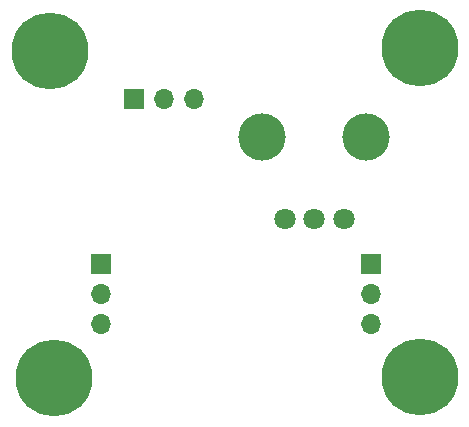
<source format=gbr>
G04 #@! TF.GenerationSoftware,KiCad,Pcbnew,5.0.0*
G04 #@! TF.CreationDate,2018-09-26T09:14:00+02:00*
G04 #@! TF.ProjectId,active_filter,6163746976655F66696C7465722E6B69,rev?*
G04 #@! TF.SameCoordinates,Original*
G04 #@! TF.FileFunction,Soldermask,Bot*
G04 #@! TF.FilePolarity,Negative*
%FSLAX46Y46*%
G04 Gerber Fmt 4.6, Leading zero omitted, Abs format (unit mm)*
G04 Created by KiCad (PCBNEW 5.0.0) date Wed Sep 26 09:14:00 2018*
%MOMM*%
%LPD*%
G01*
G04 APERTURE LIST*
%ADD10C,6.499860*%
%ADD11O,1.700000X1.700000*%
%ADD12R,1.700000X1.700000*%
%ADD13C,4.000000*%
%ADD14C,1.800000*%
G04 APERTURE END LIST*
D10*
G04 #@! TO.C,REF\002A\002A*
X18923000Y-55118000D03*
G04 #@! TD*
G04 #@! TO.C,REF\002A\002A*
X49911000Y-54991000D03*
G04 #@! TD*
G04 #@! TO.C,REF\002A\002A*
X49911000Y-27178000D03*
G04 #@! TD*
D11*
G04 #@! TO.C,Jump0*
X30734000Y-31496000D03*
X28194000Y-31496000D03*
D12*
X25654000Y-31496000D03*
G04 #@! TD*
G04 #@! TO.C,J1*
X45720000Y-45466000D03*
D11*
X45720000Y-48006000D03*
X45720000Y-50546000D03*
G04 #@! TD*
G04 #@! TO.C,J0*
X22860000Y-50546000D03*
X22860000Y-48006000D03*
D12*
X22860000Y-45466000D03*
G04 #@! TD*
D13*
G04 #@! TO.C,RV4*
X45334000Y-34656000D03*
X36534000Y-34656000D03*
D14*
X43434000Y-41656000D03*
X40934000Y-41656000D03*
X38434000Y-41656000D03*
G04 #@! TD*
D10*
G04 #@! TO.C,REF\002A\002A*
X18542000Y-27432000D03*
G04 #@! TD*
M02*

</source>
